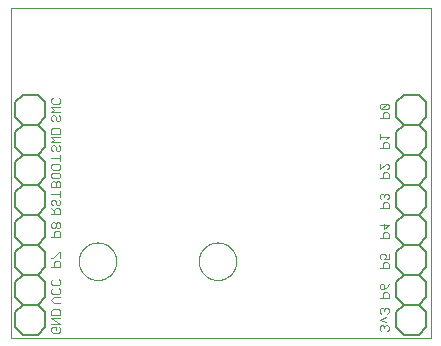
<source format=gbo>
G75*
%MOIN*%
%OFA0B0*%
%FSLAX25Y25*%
%IPPOS*%
%LPD*%
%AMOC8*
5,1,8,0,0,1.08239X$1,22.5*
%
%ADD10C,0.00000*%
%ADD11C,0.00300*%
%ADD12C,0.00800*%
D10*
X0001500Y0005000D02*
X0001500Y0115000D01*
X0141500Y0115000D01*
X0141500Y0005000D01*
X0001500Y0005000D01*
X0024250Y0030500D02*
X0024252Y0030658D01*
X0024258Y0030815D01*
X0024268Y0030973D01*
X0024282Y0031130D01*
X0024300Y0031286D01*
X0024321Y0031443D01*
X0024347Y0031598D01*
X0024377Y0031753D01*
X0024410Y0031907D01*
X0024448Y0032060D01*
X0024489Y0032213D01*
X0024534Y0032364D01*
X0024583Y0032514D01*
X0024636Y0032662D01*
X0024692Y0032810D01*
X0024753Y0032955D01*
X0024816Y0033100D01*
X0024884Y0033242D01*
X0024955Y0033383D01*
X0025029Y0033522D01*
X0025107Y0033659D01*
X0025189Y0033794D01*
X0025273Y0033927D01*
X0025362Y0034058D01*
X0025453Y0034186D01*
X0025548Y0034313D01*
X0025645Y0034436D01*
X0025746Y0034558D01*
X0025850Y0034676D01*
X0025957Y0034792D01*
X0026067Y0034905D01*
X0026179Y0035016D01*
X0026295Y0035123D01*
X0026413Y0035228D01*
X0026533Y0035330D01*
X0026656Y0035428D01*
X0026782Y0035524D01*
X0026910Y0035616D01*
X0027040Y0035705D01*
X0027172Y0035791D01*
X0027307Y0035873D01*
X0027444Y0035952D01*
X0027582Y0036027D01*
X0027722Y0036099D01*
X0027865Y0036167D01*
X0028008Y0036232D01*
X0028154Y0036293D01*
X0028301Y0036350D01*
X0028449Y0036404D01*
X0028599Y0036454D01*
X0028749Y0036500D01*
X0028901Y0036542D01*
X0029054Y0036581D01*
X0029208Y0036615D01*
X0029363Y0036646D01*
X0029518Y0036672D01*
X0029674Y0036695D01*
X0029831Y0036714D01*
X0029988Y0036729D01*
X0030145Y0036740D01*
X0030303Y0036747D01*
X0030461Y0036750D01*
X0030618Y0036749D01*
X0030776Y0036744D01*
X0030933Y0036735D01*
X0031091Y0036722D01*
X0031247Y0036705D01*
X0031404Y0036684D01*
X0031559Y0036660D01*
X0031714Y0036631D01*
X0031869Y0036598D01*
X0032022Y0036562D01*
X0032175Y0036521D01*
X0032326Y0036477D01*
X0032476Y0036429D01*
X0032625Y0036378D01*
X0032773Y0036322D01*
X0032919Y0036263D01*
X0033064Y0036200D01*
X0033207Y0036133D01*
X0033348Y0036063D01*
X0033487Y0035990D01*
X0033625Y0035913D01*
X0033761Y0035832D01*
X0033894Y0035748D01*
X0034025Y0035661D01*
X0034154Y0035570D01*
X0034281Y0035476D01*
X0034406Y0035379D01*
X0034527Y0035279D01*
X0034647Y0035176D01*
X0034763Y0035070D01*
X0034877Y0034961D01*
X0034989Y0034849D01*
X0035097Y0034735D01*
X0035202Y0034617D01*
X0035305Y0034497D01*
X0035404Y0034375D01*
X0035500Y0034250D01*
X0035593Y0034122D01*
X0035683Y0033993D01*
X0035769Y0033861D01*
X0035853Y0033727D01*
X0035932Y0033591D01*
X0036009Y0033453D01*
X0036081Y0033313D01*
X0036150Y0033171D01*
X0036216Y0033028D01*
X0036278Y0032883D01*
X0036336Y0032736D01*
X0036391Y0032588D01*
X0036442Y0032439D01*
X0036489Y0032288D01*
X0036532Y0032137D01*
X0036571Y0031984D01*
X0036607Y0031830D01*
X0036638Y0031676D01*
X0036666Y0031521D01*
X0036690Y0031365D01*
X0036710Y0031208D01*
X0036726Y0031051D01*
X0036738Y0030894D01*
X0036746Y0030737D01*
X0036750Y0030579D01*
X0036750Y0030421D01*
X0036746Y0030263D01*
X0036738Y0030106D01*
X0036726Y0029949D01*
X0036710Y0029792D01*
X0036690Y0029635D01*
X0036666Y0029479D01*
X0036638Y0029324D01*
X0036607Y0029170D01*
X0036571Y0029016D01*
X0036532Y0028863D01*
X0036489Y0028712D01*
X0036442Y0028561D01*
X0036391Y0028412D01*
X0036336Y0028264D01*
X0036278Y0028117D01*
X0036216Y0027972D01*
X0036150Y0027829D01*
X0036081Y0027687D01*
X0036009Y0027547D01*
X0035932Y0027409D01*
X0035853Y0027273D01*
X0035769Y0027139D01*
X0035683Y0027007D01*
X0035593Y0026878D01*
X0035500Y0026750D01*
X0035404Y0026625D01*
X0035305Y0026503D01*
X0035202Y0026383D01*
X0035097Y0026265D01*
X0034989Y0026151D01*
X0034877Y0026039D01*
X0034763Y0025930D01*
X0034647Y0025824D01*
X0034527Y0025721D01*
X0034406Y0025621D01*
X0034281Y0025524D01*
X0034154Y0025430D01*
X0034025Y0025339D01*
X0033894Y0025252D01*
X0033761Y0025168D01*
X0033625Y0025087D01*
X0033487Y0025010D01*
X0033348Y0024937D01*
X0033207Y0024867D01*
X0033064Y0024800D01*
X0032919Y0024737D01*
X0032773Y0024678D01*
X0032625Y0024622D01*
X0032476Y0024571D01*
X0032326Y0024523D01*
X0032175Y0024479D01*
X0032022Y0024438D01*
X0031869Y0024402D01*
X0031714Y0024369D01*
X0031559Y0024340D01*
X0031404Y0024316D01*
X0031247Y0024295D01*
X0031091Y0024278D01*
X0030933Y0024265D01*
X0030776Y0024256D01*
X0030618Y0024251D01*
X0030461Y0024250D01*
X0030303Y0024253D01*
X0030145Y0024260D01*
X0029988Y0024271D01*
X0029831Y0024286D01*
X0029674Y0024305D01*
X0029518Y0024328D01*
X0029363Y0024354D01*
X0029208Y0024385D01*
X0029054Y0024419D01*
X0028901Y0024458D01*
X0028749Y0024500D01*
X0028599Y0024546D01*
X0028449Y0024596D01*
X0028301Y0024650D01*
X0028154Y0024707D01*
X0028008Y0024768D01*
X0027865Y0024833D01*
X0027722Y0024901D01*
X0027582Y0024973D01*
X0027444Y0025048D01*
X0027307Y0025127D01*
X0027172Y0025209D01*
X0027040Y0025295D01*
X0026910Y0025384D01*
X0026782Y0025476D01*
X0026656Y0025572D01*
X0026533Y0025670D01*
X0026413Y0025772D01*
X0026295Y0025877D01*
X0026179Y0025984D01*
X0026067Y0026095D01*
X0025957Y0026208D01*
X0025850Y0026324D01*
X0025746Y0026442D01*
X0025645Y0026564D01*
X0025548Y0026687D01*
X0025453Y0026814D01*
X0025362Y0026942D01*
X0025273Y0027073D01*
X0025189Y0027206D01*
X0025107Y0027341D01*
X0025029Y0027478D01*
X0024955Y0027617D01*
X0024884Y0027758D01*
X0024816Y0027900D01*
X0024753Y0028045D01*
X0024692Y0028190D01*
X0024636Y0028338D01*
X0024583Y0028486D01*
X0024534Y0028636D01*
X0024489Y0028787D01*
X0024448Y0028940D01*
X0024410Y0029093D01*
X0024377Y0029247D01*
X0024347Y0029402D01*
X0024321Y0029557D01*
X0024300Y0029714D01*
X0024282Y0029870D01*
X0024268Y0030027D01*
X0024258Y0030185D01*
X0024252Y0030342D01*
X0024250Y0030500D01*
X0064250Y0030500D02*
X0064252Y0030658D01*
X0064258Y0030815D01*
X0064268Y0030973D01*
X0064282Y0031130D01*
X0064300Y0031286D01*
X0064321Y0031443D01*
X0064347Y0031598D01*
X0064377Y0031753D01*
X0064410Y0031907D01*
X0064448Y0032060D01*
X0064489Y0032213D01*
X0064534Y0032364D01*
X0064583Y0032514D01*
X0064636Y0032662D01*
X0064692Y0032810D01*
X0064753Y0032955D01*
X0064816Y0033100D01*
X0064884Y0033242D01*
X0064955Y0033383D01*
X0065029Y0033522D01*
X0065107Y0033659D01*
X0065189Y0033794D01*
X0065273Y0033927D01*
X0065362Y0034058D01*
X0065453Y0034186D01*
X0065548Y0034313D01*
X0065645Y0034436D01*
X0065746Y0034558D01*
X0065850Y0034676D01*
X0065957Y0034792D01*
X0066067Y0034905D01*
X0066179Y0035016D01*
X0066295Y0035123D01*
X0066413Y0035228D01*
X0066533Y0035330D01*
X0066656Y0035428D01*
X0066782Y0035524D01*
X0066910Y0035616D01*
X0067040Y0035705D01*
X0067172Y0035791D01*
X0067307Y0035873D01*
X0067444Y0035952D01*
X0067582Y0036027D01*
X0067722Y0036099D01*
X0067865Y0036167D01*
X0068008Y0036232D01*
X0068154Y0036293D01*
X0068301Y0036350D01*
X0068449Y0036404D01*
X0068599Y0036454D01*
X0068749Y0036500D01*
X0068901Y0036542D01*
X0069054Y0036581D01*
X0069208Y0036615D01*
X0069363Y0036646D01*
X0069518Y0036672D01*
X0069674Y0036695D01*
X0069831Y0036714D01*
X0069988Y0036729D01*
X0070145Y0036740D01*
X0070303Y0036747D01*
X0070461Y0036750D01*
X0070618Y0036749D01*
X0070776Y0036744D01*
X0070933Y0036735D01*
X0071091Y0036722D01*
X0071247Y0036705D01*
X0071404Y0036684D01*
X0071559Y0036660D01*
X0071714Y0036631D01*
X0071869Y0036598D01*
X0072022Y0036562D01*
X0072175Y0036521D01*
X0072326Y0036477D01*
X0072476Y0036429D01*
X0072625Y0036378D01*
X0072773Y0036322D01*
X0072919Y0036263D01*
X0073064Y0036200D01*
X0073207Y0036133D01*
X0073348Y0036063D01*
X0073487Y0035990D01*
X0073625Y0035913D01*
X0073761Y0035832D01*
X0073894Y0035748D01*
X0074025Y0035661D01*
X0074154Y0035570D01*
X0074281Y0035476D01*
X0074406Y0035379D01*
X0074527Y0035279D01*
X0074647Y0035176D01*
X0074763Y0035070D01*
X0074877Y0034961D01*
X0074989Y0034849D01*
X0075097Y0034735D01*
X0075202Y0034617D01*
X0075305Y0034497D01*
X0075404Y0034375D01*
X0075500Y0034250D01*
X0075593Y0034122D01*
X0075683Y0033993D01*
X0075769Y0033861D01*
X0075853Y0033727D01*
X0075932Y0033591D01*
X0076009Y0033453D01*
X0076081Y0033313D01*
X0076150Y0033171D01*
X0076216Y0033028D01*
X0076278Y0032883D01*
X0076336Y0032736D01*
X0076391Y0032588D01*
X0076442Y0032439D01*
X0076489Y0032288D01*
X0076532Y0032137D01*
X0076571Y0031984D01*
X0076607Y0031830D01*
X0076638Y0031676D01*
X0076666Y0031521D01*
X0076690Y0031365D01*
X0076710Y0031208D01*
X0076726Y0031051D01*
X0076738Y0030894D01*
X0076746Y0030737D01*
X0076750Y0030579D01*
X0076750Y0030421D01*
X0076746Y0030263D01*
X0076738Y0030106D01*
X0076726Y0029949D01*
X0076710Y0029792D01*
X0076690Y0029635D01*
X0076666Y0029479D01*
X0076638Y0029324D01*
X0076607Y0029170D01*
X0076571Y0029016D01*
X0076532Y0028863D01*
X0076489Y0028712D01*
X0076442Y0028561D01*
X0076391Y0028412D01*
X0076336Y0028264D01*
X0076278Y0028117D01*
X0076216Y0027972D01*
X0076150Y0027829D01*
X0076081Y0027687D01*
X0076009Y0027547D01*
X0075932Y0027409D01*
X0075853Y0027273D01*
X0075769Y0027139D01*
X0075683Y0027007D01*
X0075593Y0026878D01*
X0075500Y0026750D01*
X0075404Y0026625D01*
X0075305Y0026503D01*
X0075202Y0026383D01*
X0075097Y0026265D01*
X0074989Y0026151D01*
X0074877Y0026039D01*
X0074763Y0025930D01*
X0074647Y0025824D01*
X0074527Y0025721D01*
X0074406Y0025621D01*
X0074281Y0025524D01*
X0074154Y0025430D01*
X0074025Y0025339D01*
X0073894Y0025252D01*
X0073761Y0025168D01*
X0073625Y0025087D01*
X0073487Y0025010D01*
X0073348Y0024937D01*
X0073207Y0024867D01*
X0073064Y0024800D01*
X0072919Y0024737D01*
X0072773Y0024678D01*
X0072625Y0024622D01*
X0072476Y0024571D01*
X0072326Y0024523D01*
X0072175Y0024479D01*
X0072022Y0024438D01*
X0071869Y0024402D01*
X0071714Y0024369D01*
X0071559Y0024340D01*
X0071404Y0024316D01*
X0071247Y0024295D01*
X0071091Y0024278D01*
X0070933Y0024265D01*
X0070776Y0024256D01*
X0070618Y0024251D01*
X0070461Y0024250D01*
X0070303Y0024253D01*
X0070145Y0024260D01*
X0069988Y0024271D01*
X0069831Y0024286D01*
X0069674Y0024305D01*
X0069518Y0024328D01*
X0069363Y0024354D01*
X0069208Y0024385D01*
X0069054Y0024419D01*
X0068901Y0024458D01*
X0068749Y0024500D01*
X0068599Y0024546D01*
X0068449Y0024596D01*
X0068301Y0024650D01*
X0068154Y0024707D01*
X0068008Y0024768D01*
X0067865Y0024833D01*
X0067722Y0024901D01*
X0067582Y0024973D01*
X0067444Y0025048D01*
X0067307Y0025127D01*
X0067172Y0025209D01*
X0067040Y0025295D01*
X0066910Y0025384D01*
X0066782Y0025476D01*
X0066656Y0025572D01*
X0066533Y0025670D01*
X0066413Y0025772D01*
X0066295Y0025877D01*
X0066179Y0025984D01*
X0066067Y0026095D01*
X0065957Y0026208D01*
X0065850Y0026324D01*
X0065746Y0026442D01*
X0065645Y0026564D01*
X0065548Y0026687D01*
X0065453Y0026814D01*
X0065362Y0026942D01*
X0065273Y0027073D01*
X0065189Y0027206D01*
X0065107Y0027341D01*
X0065029Y0027478D01*
X0064955Y0027617D01*
X0064884Y0027758D01*
X0064816Y0027900D01*
X0064753Y0028045D01*
X0064692Y0028190D01*
X0064636Y0028338D01*
X0064583Y0028486D01*
X0064534Y0028636D01*
X0064489Y0028787D01*
X0064448Y0028940D01*
X0064410Y0029093D01*
X0064377Y0029247D01*
X0064347Y0029402D01*
X0064321Y0029557D01*
X0064300Y0029714D01*
X0064282Y0029870D01*
X0064268Y0030027D01*
X0064258Y0030185D01*
X0064252Y0030342D01*
X0064250Y0030500D01*
D11*
X0018052Y0030101D02*
X0018052Y0028650D01*
X0015150Y0028650D01*
X0016117Y0028650D02*
X0016117Y0030101D01*
X0016601Y0030585D01*
X0017569Y0030585D01*
X0018052Y0030101D01*
X0018052Y0031597D02*
X0018052Y0033531D01*
X0017569Y0033531D01*
X0015634Y0031597D01*
X0015150Y0031597D01*
X0015150Y0038650D02*
X0018052Y0038650D01*
X0018052Y0040101D01*
X0017569Y0040585D01*
X0016601Y0040585D01*
X0016117Y0040101D01*
X0016117Y0038650D01*
X0016117Y0041597D02*
X0015634Y0041597D01*
X0015150Y0042080D01*
X0015150Y0043048D01*
X0015634Y0043531D01*
X0016117Y0043531D01*
X0016601Y0043048D01*
X0016601Y0042080D01*
X0017085Y0041597D01*
X0017569Y0041597D01*
X0018052Y0042080D01*
X0018052Y0043048D01*
X0017569Y0043531D01*
X0017085Y0043531D01*
X0016601Y0043048D01*
X0016601Y0042080D02*
X0016117Y0041597D01*
X0016117Y0046150D02*
X0016117Y0047601D01*
X0016601Y0048085D01*
X0017569Y0048085D01*
X0018052Y0047601D01*
X0018052Y0046150D01*
X0015150Y0046150D01*
X0016117Y0047117D02*
X0015150Y0048085D01*
X0015634Y0049097D02*
X0015150Y0049580D01*
X0015150Y0050548D01*
X0015634Y0051031D01*
X0016117Y0051031D01*
X0016601Y0050548D01*
X0016601Y0049580D01*
X0017085Y0049097D01*
X0017569Y0049097D01*
X0018052Y0049580D01*
X0018052Y0050548D01*
X0017569Y0051031D01*
X0018052Y0052043D02*
X0018052Y0053978D01*
X0018052Y0053011D02*
X0015150Y0053011D01*
X0015150Y0055150D02*
X0015150Y0056601D01*
X0015634Y0057085D01*
X0016117Y0057085D01*
X0016601Y0056601D01*
X0016601Y0055150D01*
X0015150Y0055150D02*
X0018052Y0055150D01*
X0018052Y0056601D01*
X0017569Y0057085D01*
X0017085Y0057085D01*
X0016601Y0056601D01*
X0015634Y0058097D02*
X0015150Y0058580D01*
X0015150Y0059548D01*
X0015634Y0060031D01*
X0017569Y0060031D01*
X0018052Y0059548D01*
X0018052Y0058580D01*
X0017569Y0058097D01*
X0015634Y0058097D01*
X0015634Y0061043D02*
X0015150Y0061527D01*
X0015150Y0062494D01*
X0015634Y0062978D01*
X0017569Y0062978D01*
X0018052Y0062494D01*
X0018052Y0061527D01*
X0017569Y0061043D01*
X0015634Y0061043D01*
X0018052Y0063990D02*
X0018052Y0065925D01*
X0018052Y0064957D02*
X0015150Y0064957D01*
X0015634Y0067150D02*
X0015150Y0067634D01*
X0015150Y0068601D01*
X0015634Y0069085D01*
X0016117Y0069085D01*
X0016601Y0068601D01*
X0016601Y0067634D01*
X0017085Y0067150D01*
X0017569Y0067150D01*
X0018052Y0067634D01*
X0018052Y0068601D01*
X0017569Y0069085D01*
X0018052Y0070097D02*
X0015150Y0070097D01*
X0016117Y0071064D01*
X0015150Y0072031D01*
X0018052Y0072031D01*
X0018052Y0073043D02*
X0018052Y0074494D01*
X0017569Y0074978D01*
X0015634Y0074978D01*
X0015150Y0074494D01*
X0015150Y0073043D01*
X0018052Y0073043D01*
X0017569Y0077150D02*
X0017085Y0077150D01*
X0016601Y0077634D01*
X0016601Y0078601D01*
X0016117Y0079085D01*
X0015634Y0079085D01*
X0015150Y0078601D01*
X0015150Y0077634D01*
X0015634Y0077150D01*
X0017569Y0077150D02*
X0018052Y0077634D01*
X0018052Y0078601D01*
X0017569Y0079085D01*
X0018052Y0080097D02*
X0015150Y0080097D01*
X0016117Y0081064D01*
X0015150Y0082031D01*
X0018052Y0082031D01*
X0017569Y0083043D02*
X0018052Y0083527D01*
X0018052Y0084494D01*
X0017569Y0084978D01*
X0017569Y0083043D02*
X0015634Y0083043D01*
X0015150Y0083527D01*
X0015150Y0084494D01*
X0015634Y0084978D01*
X0015634Y0024478D02*
X0015150Y0023994D01*
X0015150Y0023027D01*
X0015634Y0022543D01*
X0017569Y0022543D01*
X0018052Y0023027D01*
X0018052Y0023994D01*
X0017569Y0024478D01*
X0017569Y0021531D02*
X0018052Y0021048D01*
X0018052Y0020080D01*
X0017569Y0019597D01*
X0015634Y0019597D01*
X0015150Y0020080D01*
X0015150Y0021048D01*
X0015634Y0021531D01*
X0016117Y0018585D02*
X0018052Y0018585D01*
X0016117Y0018585D02*
X0015150Y0017617D01*
X0016117Y0016650D01*
X0018052Y0016650D01*
X0017569Y0014478D02*
X0015634Y0014478D01*
X0015150Y0013994D01*
X0015150Y0012543D01*
X0018052Y0012543D01*
X0018052Y0013994D01*
X0017569Y0014478D01*
X0018052Y0011531D02*
X0015150Y0011531D01*
X0018052Y0009597D01*
X0015150Y0009597D01*
X0015634Y0008585D02*
X0016601Y0008585D01*
X0016601Y0007617D01*
X0015634Y0006650D02*
X0015150Y0007134D01*
X0015150Y0008101D01*
X0015634Y0008585D01*
X0017569Y0008585D02*
X0018052Y0008101D01*
X0018052Y0007134D01*
X0017569Y0006650D01*
X0015634Y0006650D01*
X0124650Y0007634D02*
X0125134Y0007150D01*
X0124650Y0007634D02*
X0124650Y0008601D01*
X0125134Y0009085D01*
X0125617Y0009085D01*
X0126101Y0008601D01*
X0126101Y0008117D01*
X0126101Y0008601D02*
X0126585Y0009085D01*
X0127069Y0009085D01*
X0127552Y0008601D01*
X0127552Y0007634D01*
X0127069Y0007150D01*
X0126585Y0010097D02*
X0124650Y0011064D01*
X0126585Y0012031D01*
X0127069Y0013043D02*
X0127552Y0013527D01*
X0127552Y0014494D01*
X0127069Y0014978D01*
X0126585Y0014978D01*
X0126101Y0014494D01*
X0125617Y0014978D01*
X0125134Y0014978D01*
X0124650Y0014494D01*
X0124650Y0013527D01*
X0125134Y0013043D01*
X0126101Y0014011D02*
X0126101Y0014494D01*
X0125617Y0018150D02*
X0125617Y0019601D01*
X0126101Y0020085D01*
X0127069Y0020085D01*
X0127552Y0019601D01*
X0127552Y0018150D01*
X0124650Y0018150D01*
X0125134Y0021097D02*
X0124650Y0021580D01*
X0124650Y0022548D01*
X0125134Y0023031D01*
X0125617Y0023031D01*
X0126101Y0022548D01*
X0126101Y0021097D01*
X0125134Y0021097D01*
X0126101Y0021097D02*
X0127069Y0022064D01*
X0127552Y0023031D01*
X0127552Y0028150D02*
X0124650Y0028150D01*
X0125617Y0028150D02*
X0125617Y0029601D01*
X0126101Y0030085D01*
X0127069Y0030085D01*
X0127552Y0029601D01*
X0127552Y0028150D01*
X0127552Y0031097D02*
X0126101Y0031097D01*
X0126585Y0032064D01*
X0126585Y0032548D01*
X0126101Y0033031D01*
X0125134Y0033031D01*
X0124650Y0032548D01*
X0124650Y0031580D01*
X0125134Y0031097D01*
X0127552Y0031097D02*
X0127552Y0033031D01*
X0127552Y0038150D02*
X0124650Y0038150D01*
X0125617Y0038150D02*
X0125617Y0039601D01*
X0126101Y0040085D01*
X0127069Y0040085D01*
X0127552Y0039601D01*
X0127552Y0038150D01*
X0126101Y0041097D02*
X0126101Y0043031D01*
X0124650Y0042548D02*
X0127552Y0042548D01*
X0126101Y0041097D01*
X0125617Y0048150D02*
X0125617Y0049601D01*
X0126101Y0050085D01*
X0127069Y0050085D01*
X0127552Y0049601D01*
X0127552Y0048150D01*
X0124650Y0048150D01*
X0125134Y0051097D02*
X0124650Y0051580D01*
X0124650Y0052548D01*
X0125134Y0053031D01*
X0125617Y0053031D01*
X0126101Y0052548D01*
X0126101Y0052064D01*
X0126101Y0052548D02*
X0126585Y0053031D01*
X0127069Y0053031D01*
X0127552Y0052548D01*
X0127552Y0051580D01*
X0127069Y0051097D01*
X0127552Y0058150D02*
X0124650Y0058150D01*
X0125617Y0058150D02*
X0125617Y0059601D01*
X0126101Y0060085D01*
X0127069Y0060085D01*
X0127552Y0059601D01*
X0127552Y0058150D01*
X0127069Y0061097D02*
X0127552Y0061580D01*
X0127552Y0062548D01*
X0127069Y0063031D01*
X0126585Y0063031D01*
X0124650Y0061097D01*
X0124650Y0063031D01*
X0124650Y0068150D02*
X0127552Y0068150D01*
X0127552Y0069601D01*
X0127069Y0070085D01*
X0126101Y0070085D01*
X0125617Y0069601D01*
X0125617Y0068150D01*
X0124650Y0071097D02*
X0124650Y0073031D01*
X0124650Y0072064D02*
X0127552Y0072064D01*
X0126585Y0071097D01*
X0125617Y0078150D02*
X0125617Y0079601D01*
X0126101Y0080085D01*
X0127069Y0080085D01*
X0127552Y0079601D01*
X0127552Y0078150D01*
X0124650Y0078150D01*
X0125134Y0081097D02*
X0127069Y0083031D01*
X0125134Y0083031D01*
X0124650Y0082548D01*
X0124650Y0081580D01*
X0125134Y0081097D01*
X0127069Y0081097D01*
X0127552Y0081580D01*
X0127552Y0082548D01*
X0127069Y0083031D01*
D12*
X0130000Y0083500D02*
X0130000Y0078500D01*
X0132500Y0076000D01*
X0137500Y0076000D01*
X0140000Y0073500D01*
X0140000Y0068500D01*
X0137500Y0066000D01*
X0132500Y0066000D01*
X0130000Y0063500D01*
X0130000Y0058500D01*
X0132500Y0056000D01*
X0137500Y0056000D01*
X0140000Y0053500D01*
X0140000Y0048500D01*
X0137500Y0046000D01*
X0140000Y0043500D01*
X0140000Y0038500D01*
X0137500Y0036000D01*
X0132500Y0036000D01*
X0130000Y0033500D01*
X0130000Y0028500D01*
X0132500Y0026000D01*
X0137500Y0026000D01*
X0140000Y0023500D01*
X0140000Y0018500D01*
X0137500Y0016000D01*
X0132500Y0016000D01*
X0130000Y0013500D01*
X0130000Y0008500D01*
X0132500Y0006000D01*
X0137500Y0006000D01*
X0140000Y0008500D01*
X0140000Y0013500D01*
X0137500Y0016000D01*
X0132500Y0016000D02*
X0130000Y0018500D01*
X0130000Y0023500D01*
X0132500Y0026000D01*
X0137500Y0026000D02*
X0140000Y0028500D01*
X0140000Y0033500D01*
X0137500Y0036000D01*
X0132500Y0036000D02*
X0130000Y0038500D01*
X0130000Y0043500D01*
X0132500Y0046000D01*
X0137500Y0046000D01*
X0132500Y0046000D02*
X0130000Y0048500D01*
X0130000Y0053500D01*
X0132500Y0056000D01*
X0137500Y0056000D02*
X0140000Y0058500D01*
X0140000Y0063500D01*
X0137500Y0066000D01*
X0132500Y0066000D02*
X0130000Y0068500D01*
X0130000Y0073500D01*
X0132500Y0076000D01*
X0137500Y0076000D02*
X0140000Y0078500D01*
X0140000Y0083500D01*
X0137500Y0086000D01*
X0132500Y0086000D01*
X0130000Y0083500D01*
X0013000Y0083500D02*
X0013000Y0078500D01*
X0010500Y0076000D01*
X0005500Y0076000D01*
X0003000Y0073500D01*
X0003000Y0068500D01*
X0005500Y0066000D01*
X0010500Y0066000D01*
X0013000Y0063500D01*
X0013000Y0058500D01*
X0010500Y0056000D01*
X0005500Y0056000D01*
X0003000Y0053500D01*
X0003000Y0048500D01*
X0005500Y0046000D01*
X0003000Y0043500D01*
X0003000Y0038500D01*
X0005500Y0036000D01*
X0010500Y0036000D01*
X0013000Y0033500D01*
X0013000Y0028500D01*
X0010500Y0026000D01*
X0005500Y0026000D01*
X0003000Y0023500D01*
X0003000Y0018500D01*
X0005500Y0016000D01*
X0010500Y0016000D01*
X0013000Y0013500D01*
X0013000Y0008500D01*
X0010500Y0006000D01*
X0005500Y0006000D01*
X0003000Y0008500D01*
X0003000Y0013500D01*
X0005500Y0016000D01*
X0010500Y0016000D02*
X0013000Y0018500D01*
X0013000Y0023500D01*
X0010500Y0026000D01*
X0005500Y0026000D02*
X0003000Y0028500D01*
X0003000Y0033500D01*
X0005500Y0036000D01*
X0010500Y0036000D02*
X0013000Y0038500D01*
X0013000Y0043500D01*
X0010500Y0046000D01*
X0005500Y0046000D01*
X0010500Y0046000D02*
X0013000Y0048500D01*
X0013000Y0053500D01*
X0010500Y0056000D01*
X0005500Y0056000D02*
X0003000Y0058500D01*
X0003000Y0063500D01*
X0005500Y0066000D01*
X0010500Y0066000D02*
X0013000Y0068500D01*
X0013000Y0073500D01*
X0010500Y0076000D01*
X0005500Y0076000D02*
X0003000Y0078500D01*
X0003000Y0083500D01*
X0005500Y0086000D01*
X0010500Y0086000D01*
X0013000Y0083500D01*
M02*

</source>
